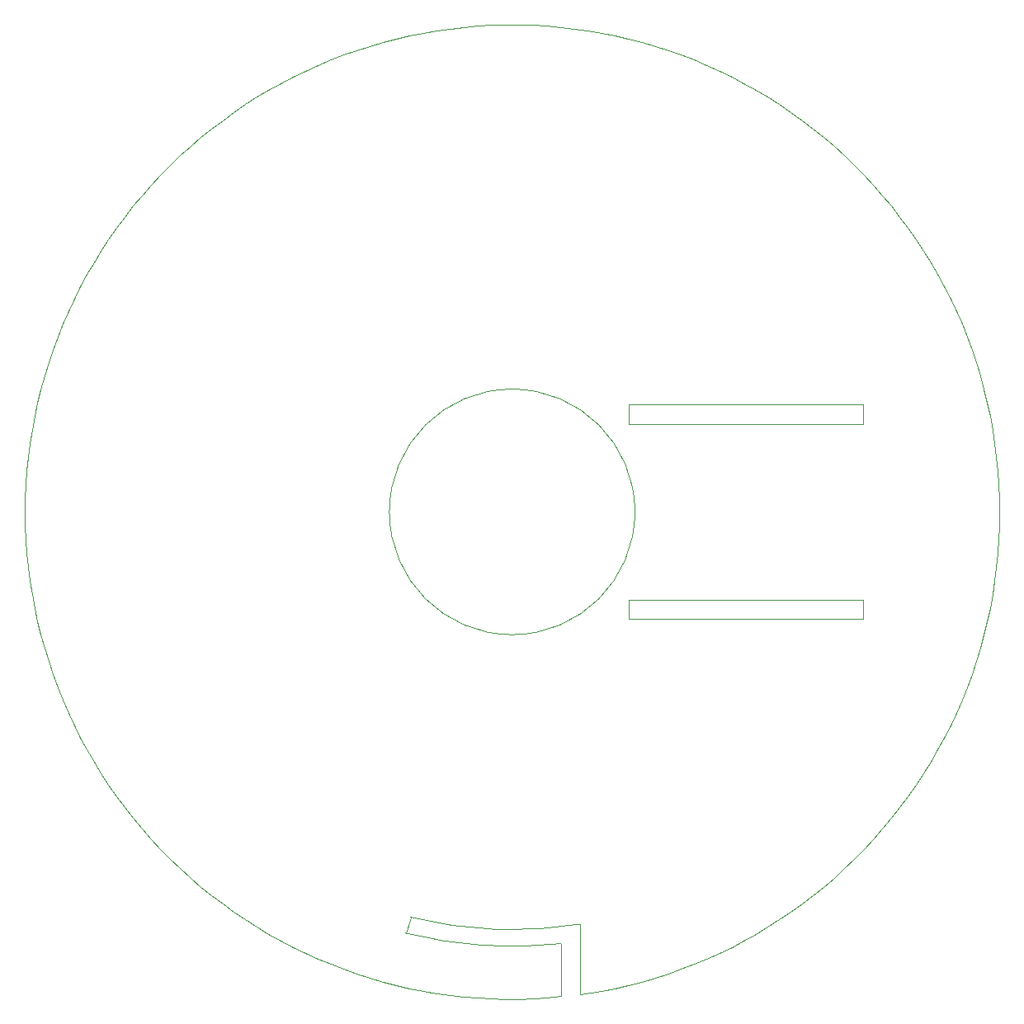
<source format=gbr>
%TF.GenerationSoftware,KiCad,Pcbnew,7.0.10*%
%TF.CreationDate,2025-11-30T18:16:03+01:00*%
%TF.ProjectId,open_thermostat,6f70656e-5f74-4686-9572-6d6f73746174,rev?*%
%TF.SameCoordinates,Original*%
%TF.FileFunction,Profile,NP*%
%FSLAX46Y46*%
G04 Gerber Fmt 4.6, Leading zero omitted, Abs format (unit mm)*
G04 Created by KiCad (PCBNEW 7.0.10) date 2025-11-30 18:16:03*
%MOMM*%
%LPD*%
G01*
G04 APERTURE LIST*
%TA.AperFunction,Profile*%
%ADD10C,0.100000*%
%TD*%
G04 APERTURE END LIST*
D10*
X96465122Y-149874890D02*
X97877940Y-149954948D01*
X68041652Y-138453400D02*
X69142638Y-139342385D01*
X138901788Y-68589000D02*
X137997312Y-67500704D01*
X131958348Y-138453400D02*
X133033736Y-137533615D01*
X62937598Y-133561561D02*
X63902195Y-134596943D01*
X89466037Y-148877762D02*
X90853440Y-149156286D01*
X58574518Y-72001261D02*
X57798776Y-73184768D01*
X50320074Y-105648444D02*
X50499815Y-107052067D01*
X99292458Y-50005006D02*
X97877940Y-50045052D01*
X88087070Y-148560088D02*
X89466037Y-148877762D01*
X143650706Y-75615253D02*
X142943163Y-74389754D01*
X100707542Y-149994994D02*
X102122060Y-149954948D01*
X110533963Y-148877762D02*
X111912930Y-148560088D01*
X146653618Y-117984436D02*
X147143872Y-116656990D01*
X111912930Y-148560088D02*
X113282354Y-148203517D01*
X142201224Y-73184768D02*
X141425482Y-72001261D01*
X129731659Y-59800143D02*
X128582141Y-58974871D01*
X138901788Y-131411000D02*
X139775103Y-130297544D01*
X50020025Y-101414943D02*
X50080083Y-102828752D01*
X66966264Y-62466385D02*
X65917335Y-63416234D01*
X147143872Y-83343010D02*
X146653618Y-82015564D01*
X72590270Y-141817540D02*
X73784636Y-142576457D01*
X148723803Y-111224570D02*
X149021932Y-109841247D01*
X53874006Y-119297478D02*
X54438575Y-120595062D01*
X93649109Y-50404978D02*
X92248170Y-50604564D01*
X149979975Y-101414943D02*
X150000000Y-100000000D01*
X75000000Y-56698730D02*
X73784636Y-57423543D01*
X149021932Y-90158753D02*
X148723803Y-88775430D01*
X149819874Y-104240296D02*
X149919917Y-102828752D01*
X144323284Y-76860284D02*
X143650706Y-75615253D01*
X55039639Y-121876151D02*
X55676716Y-123139716D01*
X85358861Y-147808337D02*
X86717646Y-148203517D01*
X142943163Y-74389754D02*
X142201224Y-73184768D01*
X149679926Y-105648444D02*
X149819874Y-104240296D01*
X95055135Y-50245118D02*
X93649109Y-50404978D01*
X93649109Y-149595022D02*
X95055135Y-149754882D01*
X68041652Y-61546600D02*
X66966264Y-62466385D01*
X148010734Y-113963144D02*
X148386647Y-112598903D01*
X110533963Y-51122238D02*
X109146560Y-50843714D01*
X149819874Y-95759704D02*
X149679926Y-94351556D01*
X121237733Y-54734575D02*
X119948268Y-54151700D01*
X57798776Y-126815232D02*
X58574518Y-127998739D01*
X133033736Y-62466385D02*
X131958348Y-61546600D01*
X60224897Y-130297544D02*
X61098212Y-131411000D01*
X65917335Y-63416234D02*
X64895706Y-64395386D01*
X149280796Y-108450041D02*
X149500185Y-107052067D01*
X117322448Y-53096559D02*
X115988196Y-52625138D01*
X145561425Y-79404938D02*
X144960361Y-78123849D01*
X119948268Y-54151700D02*
X118642824Y-53605549D01*
X130857362Y-60657615D02*
X129731659Y-59800143D01*
X61098212Y-68589000D02*
X60224897Y-69702456D01*
X112000000Y-109000000D02*
X136000000Y-109000000D01*
X136000000Y-111000000D01*
X112000000Y-111000000D01*
X112000000Y-109000000D01*
X107000000Y-149500000D02*
X109146560Y-149156286D01*
X147596365Y-84683799D02*
X147143872Y-83343010D01*
X143650706Y-124384747D02*
X144323284Y-123139716D01*
X51276197Y-111224570D02*
X51613353Y-112598903D01*
X56349294Y-124384747D02*
X57056837Y-125610246D01*
X90853440Y-149156286D02*
X92248170Y-149395436D01*
X50000000Y-100000000D02*
X50020025Y-101414943D01*
X88087070Y-51439912D02*
X86717646Y-51796483D01*
X149500185Y-107052067D02*
X149679926Y-105648444D01*
X53874006Y-80702522D02*
X53346382Y-82015564D01*
X130857362Y-139342385D02*
X131958348Y-138453400D01*
X92248170Y-149395436D02*
X93649109Y-149595022D01*
X53346382Y-82015564D02*
X52856128Y-83343010D01*
X82677552Y-146903441D02*
X84011804Y-147374862D01*
X122510187Y-144646293D02*
X123764611Y-143991400D01*
X89466037Y-51122238D02*
X88087070Y-51439912D01*
X50978068Y-90158753D02*
X50719204Y-91549959D01*
X109146560Y-50843714D02*
X107751830Y-50604564D01*
X66966264Y-137533615D02*
X68041652Y-138453400D01*
X126215364Y-142576457D02*
X127409730Y-141817540D01*
X51613353Y-87401097D02*
X51276197Y-88775430D01*
X150000000Y-100000000D02*
X149979975Y-98585057D01*
X107000000Y-144300000D02*
X107000000Y-149500000D01*
X147596365Y-115316201D02*
X148010734Y-113963144D01*
X81357176Y-146394451D02*
X82677552Y-146903441D01*
X144960361Y-121876151D02*
X145561425Y-120595062D01*
X112000000Y-89000000D02*
X136000000Y-89000000D01*
X136000000Y-91000000D01*
X112000000Y-91000000D01*
X112000000Y-89000000D01*
X126215364Y-57423543D02*
X125000000Y-56698730D01*
X149679926Y-94351556D02*
X149500185Y-92947933D01*
X149979975Y-98585057D02*
X149919917Y-97171248D01*
X100707542Y-50005006D02*
X99292458Y-50005006D01*
X77489813Y-55353707D02*
X76235389Y-56008600D01*
X144323284Y-123139716D02*
X144960361Y-121876151D01*
X103534878Y-50125110D02*
X102122060Y-50045052D01*
X82677552Y-53096559D02*
X81357176Y-53605549D01*
X85358861Y-52191663D02*
X84011804Y-52625138D01*
X134082665Y-136583766D02*
X135104294Y-135604614D01*
X69142638Y-139342385D02*
X70268341Y-140199857D01*
X84011804Y-52625138D02*
X82677552Y-53096559D01*
X149021932Y-109841247D02*
X149280796Y-108450041D01*
X51989266Y-86036856D02*
X51613353Y-87401097D01*
X149919917Y-102828752D02*
X149979975Y-101414943D01*
X73784636Y-57423543D02*
X72590270Y-58182460D01*
X123764611Y-143991400D02*
X125000000Y-143301270D01*
X70268341Y-140199857D02*
X71417859Y-141025129D01*
X86717646Y-148203517D02*
X88087070Y-148560088D01*
X96465122Y-50125110D02*
X95055135Y-50245118D01*
X139775103Y-69702456D02*
X138901788Y-68589000D01*
X136097805Y-65403057D02*
X135104294Y-64395386D01*
X75000000Y-143301270D02*
X76235389Y-143991400D01*
X140616560Y-70840180D02*
X139775103Y-69702456D01*
X97877940Y-149954948D02*
X99292458Y-149994994D01*
X50080083Y-97171248D02*
X50020025Y-98585057D01*
X89577175Y-141589117D02*
X89067289Y-143219970D01*
X113282354Y-51796483D02*
X111912930Y-51439912D01*
X127409730Y-58182460D02*
X126215364Y-57423543D01*
X52403635Y-115316201D02*
X52856128Y-116656990D01*
X150000000Y-100000000D02*
X150000000Y-100000000D01*
X52856128Y-83343010D02*
X52403635Y-84683799D01*
X102122060Y-149954948D02*
X103534878Y-149874890D01*
X125000000Y-143301270D02*
X126215364Y-142576457D01*
X71417859Y-58974871D02*
X70268341Y-59800143D01*
X128582141Y-141025129D02*
X129731659Y-140199857D01*
X146125994Y-119297478D02*
X146653618Y-117984436D01*
X137062402Y-66438439D02*
X136097805Y-65403057D01*
X89067289Y-143219970D02*
G75*
G03*
X105000000Y-144300000I10932711J43219970D01*
G01*
X95055135Y-149754882D02*
X96465122Y-149874890D01*
X104944865Y-50245118D02*
X103534878Y-50125110D01*
X58574518Y-127998739D02*
X59383440Y-129159820D01*
X50320074Y-94351556D02*
X50180126Y-95759704D01*
X115988196Y-52625138D02*
X114641139Y-52191663D01*
X81357176Y-53605549D02*
X80051732Y-54151700D01*
X78762267Y-145265425D02*
X80051732Y-145848300D01*
X149919917Y-97171248D02*
X149819874Y-95759704D01*
X146125994Y-80702522D02*
X145561425Y-79404938D01*
X137997312Y-67500704D02*
X137062402Y-66438439D01*
X51276197Y-88775430D02*
X50978068Y-90158753D01*
X62002688Y-67500704D02*
X61098212Y-68589000D01*
X136097805Y-134596943D02*
X137062402Y-133561561D01*
X114641139Y-147808337D02*
X115988196Y-147374862D01*
X76235389Y-56008600D02*
X75000000Y-56698730D01*
X111912930Y-51439912D02*
X110533963Y-51122238D01*
X149500185Y-92947933D02*
X149280796Y-91549959D01*
X117322448Y-146903441D02*
X118642824Y-146394451D01*
X125000000Y-56698730D02*
X123764611Y-56008600D01*
X63902195Y-134596943D02*
X64895706Y-135604614D01*
X147143872Y-116656990D02*
X147596365Y-115316201D01*
X50080083Y-102828752D02*
X50180126Y-104240296D01*
X86717646Y-51796483D02*
X85358861Y-52191663D01*
X142201224Y-126815232D02*
X142943163Y-125610246D01*
X77489813Y-144646293D02*
X78762267Y-145265425D01*
X50499815Y-92947933D02*
X50320074Y-94351556D01*
X107751830Y-50604564D02*
X106350891Y-50404978D01*
X99292458Y-149994994D02*
X100707542Y-149994994D01*
X51989266Y-113963144D02*
X52403635Y-115316201D01*
X59383440Y-70840180D02*
X58574518Y-72001261D01*
X54438575Y-120595062D02*
X55039639Y-121876151D01*
X57056837Y-74389754D02*
X56349294Y-75615253D01*
X127409730Y-141817540D02*
X128582141Y-141025129D01*
X113282354Y-148203517D02*
X114641139Y-147808337D01*
X60224897Y-69702456D02*
X59383440Y-70840180D01*
X133033736Y-137533615D02*
X134082665Y-136583766D01*
X56349294Y-75615253D02*
X55676716Y-76860284D01*
X72590270Y-58182460D02*
X71417859Y-58974871D01*
X62937598Y-66438439D02*
X62002688Y-67500704D01*
X55039639Y-78123849D02*
X54438575Y-79404938D01*
X114641139Y-52191663D02*
X113282354Y-51796483D01*
X70268341Y-59800143D02*
X69142638Y-60657615D01*
X148010734Y-86036856D02*
X147596365Y-84683799D01*
X149280796Y-91549959D02*
X149021932Y-90158753D01*
X131958348Y-61546600D02*
X130857362Y-60657615D01*
X134082665Y-63416234D02*
X133033736Y-62466385D01*
X50499815Y-107052067D02*
X50719204Y-108450041D01*
X51613353Y-112598903D02*
X51989266Y-113963144D01*
X50180126Y-104240296D02*
X50320074Y-105648444D01*
X59383440Y-129159820D02*
X60224897Y-130297544D01*
X137997312Y-132499296D02*
X138901788Y-131411000D01*
X140616560Y-129159820D02*
X141425482Y-127998739D01*
X84011804Y-147374862D02*
X85358861Y-147808337D01*
X64895706Y-64395386D02*
X63902195Y-65403057D01*
X78762267Y-54734575D02*
X77489813Y-55353707D01*
X109146560Y-149156286D02*
X110533963Y-148877762D01*
X80051732Y-54151700D02*
X78762267Y-54734575D01*
X122510187Y-55353707D02*
X121237733Y-54734575D01*
X119948268Y-145848300D02*
X121237733Y-145265425D01*
X69142638Y-60657615D02*
X68041652Y-61546600D01*
X115988196Y-147374862D02*
X117322448Y-146903441D01*
X146653618Y-82015564D02*
X146125994Y-80702522D01*
X118642824Y-146394451D02*
X119948268Y-145848300D01*
X103534878Y-149874890D02*
X105000000Y-149700000D01*
X55676716Y-123139716D02*
X56349294Y-124384747D01*
X102122060Y-50045052D02*
X100707542Y-50005006D01*
X62002688Y-132499296D02*
X62937598Y-133561561D01*
X57798776Y-73184768D02*
X57056837Y-74389754D01*
X80051732Y-145848300D02*
X81357176Y-146394451D01*
X54438575Y-79404938D02*
X53874006Y-80702522D01*
X50020025Y-98585057D02*
X50000000Y-100000000D01*
X50180126Y-95759704D02*
X50080083Y-97171248D01*
X135104294Y-64395386D02*
X134082665Y-63416234D01*
X52403635Y-84683799D02*
X51989266Y-86036856D01*
X137062402Y-133561561D02*
X137997312Y-132499296D01*
X148723803Y-88775430D02*
X148386647Y-87401097D01*
X129731659Y-140199857D02*
X130857362Y-139342385D01*
X73784636Y-142576457D02*
X75000000Y-143301270D01*
X64895706Y-135604614D02*
X65917335Y-136583766D01*
X148386647Y-87401097D02*
X148010734Y-86036856D01*
X141425482Y-127998739D02*
X142201224Y-126815232D01*
X141425482Y-72001261D02*
X140616560Y-70840180D01*
X128582141Y-58974871D02*
X127409730Y-58182460D01*
X107000000Y-142300000D02*
X107000000Y-144300000D01*
X144960361Y-78123849D02*
X144323284Y-76860284D01*
X55676716Y-76860284D02*
X55039639Y-78123849D01*
X112600000Y-100000000D02*
G75*
G03*
X87400000Y-100000000I-12600000J0D01*
G01*
X87400000Y-100000000D02*
G75*
G03*
X112600000Y-100000000I12600000J0D01*
G01*
X121237733Y-145265425D02*
X122510187Y-144646293D01*
X105000000Y-149700000D02*
X105000000Y-144300000D01*
X97877940Y-50045052D02*
X96465122Y-50125110D01*
X148386647Y-112598903D02*
X148723803Y-111224570D01*
X71417859Y-141025129D02*
X72590270Y-141817540D01*
X89577175Y-141589118D02*
G75*
G03*
X107000000Y-142300000I10422825J41589118D01*
G01*
X61098212Y-131411000D02*
X62002688Y-132499296D01*
X118642824Y-53605549D02*
X117322448Y-53096559D01*
X106350891Y-50404978D02*
X104944865Y-50245118D01*
X142943163Y-125610246D02*
X143650706Y-124384747D01*
X92248170Y-50604564D02*
X90853440Y-50843714D01*
X65917335Y-136583766D02*
X66966264Y-137533615D01*
X123764611Y-56008600D02*
X122510187Y-55353707D01*
X57056837Y-125610246D02*
X57798776Y-126815232D01*
X52856128Y-116656990D02*
X53346382Y-117984436D01*
X90853440Y-50843714D02*
X89466037Y-51122238D01*
X135104294Y-135604614D02*
X136097805Y-134596943D01*
X63902195Y-65403057D02*
X62937598Y-66438439D01*
X53346382Y-117984436D02*
X53874006Y-119297478D01*
X139775103Y-130297544D02*
X140616560Y-129159820D01*
X76235389Y-143991400D02*
X77489813Y-144646293D01*
X50719204Y-108450041D02*
X50978068Y-109841247D01*
X50719204Y-91549959D02*
X50499815Y-92947933D01*
X145561425Y-120595062D02*
X146125994Y-119297478D01*
X50978068Y-109841247D02*
X51276197Y-111224570D01*
M02*

</source>
